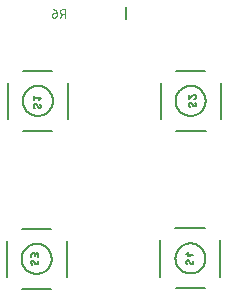
<source format=gbr>
G04 EAGLE Gerber RS-274X export*
G75*
%MOMM*%
%FSLAX34Y34*%
%LPD*%
%INSilkscreen Bottom*%
%IPPOS*%
%AMOC8*
5,1,8,0,0,1.08239X$1,22.5*%
G01*
%ADD10C,0.203200*%
%ADD11C,0.152400*%
%ADD12C,0.050800*%
%ADD13C,0.127000*%


D10*
X96392Y302399D02*
X71292Y302399D01*
X58592Y292399D02*
X58592Y261599D01*
X71592Y251599D02*
X96392Y251599D01*
X109392Y261599D02*
X109392Y292399D01*
X71292Y276999D02*
X71296Y277311D01*
X71307Y277622D01*
X71326Y277933D01*
X71353Y278244D01*
X71388Y278554D01*
X71429Y278862D01*
X71479Y279170D01*
X71536Y279477D01*
X71601Y279782D01*
X71673Y280085D01*
X71752Y280386D01*
X71839Y280686D01*
X71933Y280983D01*
X72034Y281278D01*
X72143Y281570D01*
X72259Y281859D01*
X72382Y282146D01*
X72511Y282429D01*
X72648Y282709D01*
X72792Y282986D01*
X72942Y283259D01*
X73099Y283528D01*
X73262Y283793D01*
X73432Y284055D01*
X73609Y284312D01*
X73791Y284564D01*
X73980Y284812D01*
X74175Y285056D01*
X74375Y285294D01*
X74582Y285528D01*
X74794Y285756D01*
X75012Y285979D01*
X75235Y286197D01*
X75463Y286409D01*
X75697Y286616D01*
X75935Y286816D01*
X76179Y287011D01*
X76427Y287200D01*
X76679Y287382D01*
X76936Y287559D01*
X77198Y287729D01*
X77463Y287892D01*
X77732Y288049D01*
X78005Y288199D01*
X78282Y288343D01*
X78562Y288480D01*
X78845Y288609D01*
X79132Y288732D01*
X79421Y288848D01*
X79713Y288957D01*
X80008Y289058D01*
X80305Y289152D01*
X80605Y289239D01*
X80906Y289318D01*
X81209Y289390D01*
X81514Y289455D01*
X81821Y289512D01*
X82129Y289562D01*
X82437Y289603D01*
X82747Y289638D01*
X83058Y289665D01*
X83369Y289684D01*
X83680Y289695D01*
X83992Y289699D01*
X84304Y289695D01*
X84615Y289684D01*
X84926Y289665D01*
X85237Y289638D01*
X85547Y289603D01*
X85855Y289562D01*
X86163Y289512D01*
X86470Y289455D01*
X86775Y289390D01*
X87078Y289318D01*
X87379Y289239D01*
X87679Y289152D01*
X87976Y289058D01*
X88271Y288957D01*
X88563Y288848D01*
X88852Y288732D01*
X89139Y288609D01*
X89422Y288480D01*
X89702Y288343D01*
X89979Y288199D01*
X90252Y288049D01*
X90521Y287892D01*
X90786Y287729D01*
X91048Y287559D01*
X91305Y287382D01*
X91557Y287200D01*
X91805Y287011D01*
X92049Y286816D01*
X92287Y286616D01*
X92521Y286409D01*
X92749Y286197D01*
X92972Y285979D01*
X93190Y285756D01*
X93402Y285528D01*
X93609Y285294D01*
X93809Y285056D01*
X94004Y284812D01*
X94193Y284564D01*
X94375Y284312D01*
X94552Y284055D01*
X94722Y283793D01*
X94885Y283528D01*
X95042Y283259D01*
X95192Y282986D01*
X95336Y282709D01*
X95473Y282429D01*
X95602Y282146D01*
X95725Y281859D01*
X95841Y281570D01*
X95950Y281278D01*
X96051Y280983D01*
X96145Y280686D01*
X96232Y280386D01*
X96311Y280085D01*
X96383Y279782D01*
X96448Y279477D01*
X96505Y279170D01*
X96555Y278862D01*
X96596Y278554D01*
X96631Y278244D01*
X96658Y277933D01*
X96677Y277622D01*
X96688Y277311D01*
X96692Y276999D01*
X96688Y276687D01*
X96677Y276376D01*
X96658Y276065D01*
X96631Y275754D01*
X96596Y275444D01*
X96555Y275136D01*
X96505Y274828D01*
X96448Y274521D01*
X96383Y274216D01*
X96311Y273913D01*
X96232Y273612D01*
X96145Y273312D01*
X96051Y273015D01*
X95950Y272720D01*
X95841Y272428D01*
X95725Y272139D01*
X95602Y271852D01*
X95473Y271569D01*
X95336Y271289D01*
X95192Y271012D01*
X95042Y270739D01*
X94885Y270470D01*
X94722Y270205D01*
X94552Y269943D01*
X94375Y269686D01*
X94193Y269434D01*
X94004Y269186D01*
X93809Y268942D01*
X93609Y268704D01*
X93402Y268470D01*
X93190Y268242D01*
X92972Y268019D01*
X92749Y267801D01*
X92521Y267589D01*
X92287Y267382D01*
X92049Y267182D01*
X91805Y266987D01*
X91557Y266798D01*
X91305Y266616D01*
X91048Y266439D01*
X90786Y266269D01*
X90521Y266106D01*
X90252Y265949D01*
X89979Y265799D01*
X89702Y265655D01*
X89422Y265518D01*
X89139Y265389D01*
X88852Y265266D01*
X88563Y265150D01*
X88271Y265041D01*
X87976Y264940D01*
X87679Y264846D01*
X87379Y264759D01*
X87078Y264680D01*
X86775Y264608D01*
X86470Y264543D01*
X86163Y264486D01*
X85855Y264436D01*
X85547Y264395D01*
X85237Y264360D01*
X84926Y264333D01*
X84615Y264314D01*
X84304Y264303D01*
X83992Y264299D01*
X83680Y264303D01*
X83369Y264314D01*
X83058Y264333D01*
X82747Y264360D01*
X82437Y264395D01*
X82129Y264436D01*
X81821Y264486D01*
X81514Y264543D01*
X81209Y264608D01*
X80906Y264680D01*
X80605Y264759D01*
X80305Y264846D01*
X80008Y264940D01*
X79713Y265041D01*
X79421Y265150D01*
X79132Y265266D01*
X78845Y265389D01*
X78562Y265518D01*
X78282Y265655D01*
X78005Y265799D01*
X77732Y265949D01*
X77463Y266106D01*
X77198Y266269D01*
X76936Y266439D01*
X76679Y266616D01*
X76427Y266798D01*
X76179Y266987D01*
X75935Y267182D01*
X75697Y267382D01*
X75463Y267589D01*
X75235Y267801D01*
X75012Y268019D01*
X74794Y268242D01*
X74582Y268470D01*
X74375Y268704D01*
X74175Y268942D01*
X73980Y269186D01*
X73791Y269434D01*
X73609Y269686D01*
X73432Y269943D01*
X73262Y270205D01*
X73099Y270470D01*
X72942Y270739D01*
X72792Y271012D01*
X72648Y271289D01*
X72511Y271569D01*
X72382Y271852D01*
X72259Y272139D01*
X72143Y272428D01*
X72034Y272720D01*
X71933Y273015D01*
X71839Y273312D01*
X71752Y273612D01*
X71673Y273913D01*
X71601Y274216D01*
X71536Y274521D01*
X71479Y274828D01*
X71429Y275136D01*
X71388Y275444D01*
X71353Y275754D01*
X71326Y276065D01*
X71307Y276376D01*
X71296Y276687D01*
X71292Y276999D01*
D11*
X80464Y273023D02*
X80466Y273096D01*
X80472Y273170D01*
X80482Y273242D01*
X80496Y273314D01*
X80513Y273386D01*
X80535Y273456D01*
X80560Y273525D01*
X80589Y273592D01*
X80622Y273658D01*
X80658Y273722D01*
X80697Y273783D01*
X80740Y273843D01*
X80786Y273900D01*
X80835Y273955D01*
X80887Y274007D01*
X80942Y274056D01*
X80999Y274102D01*
X81059Y274145D01*
X81120Y274184D01*
X81184Y274220D01*
X81250Y274253D01*
X81317Y274282D01*
X81386Y274307D01*
X81457Y274329D01*
X81528Y274346D01*
X81600Y274360D01*
X81673Y274370D01*
X81746Y274376D01*
X81819Y274378D01*
X80464Y273023D02*
X80466Y272920D01*
X80471Y272818D01*
X80481Y272715D01*
X80493Y272614D01*
X80510Y272512D01*
X80530Y272411D01*
X80554Y272312D01*
X80581Y272213D01*
X80612Y272115D01*
X80646Y272018D01*
X80684Y271922D01*
X80725Y271828D01*
X80770Y271736D01*
X80818Y271645D01*
X80869Y271556D01*
X80923Y271468D01*
X80980Y271383D01*
X81041Y271300D01*
X81104Y271219D01*
X81170Y271141D01*
X81239Y271064D01*
X81311Y270991D01*
X85205Y271160D02*
X85276Y271162D01*
X85347Y271167D01*
X85417Y271177D01*
X85487Y271190D01*
X85556Y271206D01*
X85624Y271226D01*
X85691Y271250D01*
X85756Y271277D01*
X85820Y271308D01*
X85883Y271342D01*
X85943Y271379D01*
X86001Y271419D01*
X86058Y271462D01*
X86112Y271508D01*
X86163Y271557D01*
X86212Y271608D01*
X86258Y271662D01*
X86301Y271719D01*
X86341Y271777D01*
X86378Y271838D01*
X86412Y271900D01*
X86443Y271964D01*
X86470Y272029D01*
X86494Y272096D01*
X86514Y272164D01*
X86530Y272233D01*
X86543Y272303D01*
X86553Y272373D01*
X86558Y272444D01*
X86560Y272515D01*
X86558Y272611D01*
X86553Y272707D01*
X86544Y272803D01*
X86531Y272898D01*
X86515Y272993D01*
X86495Y273087D01*
X86471Y273180D01*
X86444Y273272D01*
X86414Y273364D01*
X86380Y273454D01*
X86343Y273542D01*
X86302Y273629D01*
X86259Y273715D01*
X86212Y273799D01*
X86161Y273881D01*
X86108Y273961D01*
X86052Y274039D01*
X84020Y271837D02*
X84057Y271777D01*
X84098Y271718D01*
X84142Y271662D01*
X84189Y271608D01*
X84239Y271557D01*
X84291Y271508D01*
X84345Y271462D01*
X84402Y271419D01*
X84461Y271378D01*
X84522Y271341D01*
X84585Y271307D01*
X84650Y271277D01*
X84716Y271250D01*
X84783Y271226D01*
X84852Y271206D01*
X84921Y271190D01*
X84992Y271177D01*
X85062Y271167D01*
X85134Y271162D01*
X85205Y271160D01*
X83004Y273701D02*
X82967Y273761D01*
X82926Y273820D01*
X82882Y273876D01*
X82835Y273930D01*
X82785Y273981D01*
X82733Y274030D01*
X82679Y274076D01*
X82622Y274120D01*
X82563Y274160D01*
X82502Y274197D01*
X82439Y274231D01*
X82374Y274261D01*
X82308Y274288D01*
X82241Y274312D01*
X82172Y274332D01*
X82103Y274348D01*
X82032Y274361D01*
X81962Y274371D01*
X81890Y274376D01*
X81819Y274378D01*
X83004Y273700D02*
X84020Y271838D01*
X85205Y277620D02*
X86560Y279314D01*
X80464Y279314D01*
X80464Y281007D02*
X80464Y277620D01*
D10*
X200966Y251608D02*
X226066Y251608D01*
X238766Y261608D02*
X238766Y292408D01*
X225766Y302408D02*
X200966Y302408D01*
X187966Y292408D02*
X187966Y261608D01*
X200666Y277008D02*
X200670Y277320D01*
X200681Y277631D01*
X200700Y277942D01*
X200727Y278253D01*
X200762Y278563D01*
X200803Y278871D01*
X200853Y279179D01*
X200910Y279486D01*
X200975Y279791D01*
X201047Y280094D01*
X201126Y280395D01*
X201213Y280695D01*
X201307Y280992D01*
X201408Y281287D01*
X201517Y281579D01*
X201633Y281868D01*
X201756Y282155D01*
X201885Y282438D01*
X202022Y282718D01*
X202166Y282995D01*
X202316Y283268D01*
X202473Y283537D01*
X202636Y283802D01*
X202806Y284064D01*
X202983Y284321D01*
X203165Y284573D01*
X203354Y284821D01*
X203549Y285065D01*
X203749Y285303D01*
X203956Y285537D01*
X204168Y285765D01*
X204386Y285988D01*
X204609Y286206D01*
X204837Y286418D01*
X205071Y286625D01*
X205309Y286825D01*
X205553Y287020D01*
X205801Y287209D01*
X206053Y287391D01*
X206310Y287568D01*
X206572Y287738D01*
X206837Y287901D01*
X207106Y288058D01*
X207379Y288208D01*
X207656Y288352D01*
X207936Y288489D01*
X208219Y288618D01*
X208506Y288741D01*
X208795Y288857D01*
X209087Y288966D01*
X209382Y289067D01*
X209679Y289161D01*
X209979Y289248D01*
X210280Y289327D01*
X210583Y289399D01*
X210888Y289464D01*
X211195Y289521D01*
X211503Y289571D01*
X211811Y289612D01*
X212121Y289647D01*
X212432Y289674D01*
X212743Y289693D01*
X213054Y289704D01*
X213366Y289708D01*
X213678Y289704D01*
X213989Y289693D01*
X214300Y289674D01*
X214611Y289647D01*
X214921Y289612D01*
X215229Y289571D01*
X215537Y289521D01*
X215844Y289464D01*
X216149Y289399D01*
X216452Y289327D01*
X216753Y289248D01*
X217053Y289161D01*
X217350Y289067D01*
X217645Y288966D01*
X217937Y288857D01*
X218226Y288741D01*
X218513Y288618D01*
X218796Y288489D01*
X219076Y288352D01*
X219353Y288208D01*
X219626Y288058D01*
X219895Y287901D01*
X220160Y287738D01*
X220422Y287568D01*
X220679Y287391D01*
X220931Y287209D01*
X221179Y287020D01*
X221423Y286825D01*
X221661Y286625D01*
X221895Y286418D01*
X222123Y286206D01*
X222346Y285988D01*
X222564Y285765D01*
X222776Y285537D01*
X222983Y285303D01*
X223183Y285065D01*
X223378Y284821D01*
X223567Y284573D01*
X223749Y284321D01*
X223926Y284064D01*
X224096Y283802D01*
X224259Y283537D01*
X224416Y283268D01*
X224566Y282995D01*
X224710Y282718D01*
X224847Y282438D01*
X224976Y282155D01*
X225099Y281868D01*
X225215Y281579D01*
X225324Y281287D01*
X225425Y280992D01*
X225519Y280695D01*
X225606Y280395D01*
X225685Y280094D01*
X225757Y279791D01*
X225822Y279486D01*
X225879Y279179D01*
X225929Y278871D01*
X225970Y278563D01*
X226005Y278253D01*
X226032Y277942D01*
X226051Y277631D01*
X226062Y277320D01*
X226066Y277008D01*
X226062Y276696D01*
X226051Y276385D01*
X226032Y276074D01*
X226005Y275763D01*
X225970Y275453D01*
X225929Y275145D01*
X225879Y274837D01*
X225822Y274530D01*
X225757Y274225D01*
X225685Y273922D01*
X225606Y273621D01*
X225519Y273321D01*
X225425Y273024D01*
X225324Y272729D01*
X225215Y272437D01*
X225099Y272148D01*
X224976Y271861D01*
X224847Y271578D01*
X224710Y271298D01*
X224566Y271021D01*
X224416Y270748D01*
X224259Y270479D01*
X224096Y270214D01*
X223926Y269952D01*
X223749Y269695D01*
X223567Y269443D01*
X223378Y269195D01*
X223183Y268951D01*
X222983Y268713D01*
X222776Y268479D01*
X222564Y268251D01*
X222346Y268028D01*
X222123Y267810D01*
X221895Y267598D01*
X221661Y267391D01*
X221423Y267191D01*
X221179Y266996D01*
X220931Y266807D01*
X220679Y266625D01*
X220422Y266448D01*
X220160Y266278D01*
X219895Y266115D01*
X219626Y265958D01*
X219353Y265808D01*
X219076Y265664D01*
X218796Y265527D01*
X218513Y265398D01*
X218226Y265275D01*
X217937Y265159D01*
X217645Y265050D01*
X217350Y264949D01*
X217053Y264855D01*
X216753Y264768D01*
X216452Y264689D01*
X216149Y264617D01*
X215844Y264552D01*
X215537Y264495D01*
X215229Y264445D01*
X214921Y264404D01*
X214611Y264369D01*
X214300Y264342D01*
X213989Y264323D01*
X213678Y264312D01*
X213366Y264308D01*
X213054Y264312D01*
X212743Y264323D01*
X212432Y264342D01*
X212121Y264369D01*
X211811Y264404D01*
X211503Y264445D01*
X211195Y264495D01*
X210888Y264552D01*
X210583Y264617D01*
X210280Y264689D01*
X209979Y264768D01*
X209679Y264855D01*
X209382Y264949D01*
X209087Y265050D01*
X208795Y265159D01*
X208506Y265275D01*
X208219Y265398D01*
X207936Y265527D01*
X207656Y265664D01*
X207379Y265808D01*
X207106Y265958D01*
X206837Y266115D01*
X206572Y266278D01*
X206310Y266448D01*
X206053Y266625D01*
X205801Y266807D01*
X205553Y266996D01*
X205309Y267191D01*
X205071Y267391D01*
X204837Y267598D01*
X204609Y267810D01*
X204386Y268028D01*
X204168Y268251D01*
X203956Y268479D01*
X203749Y268713D01*
X203549Y268951D01*
X203354Y269195D01*
X203165Y269443D01*
X202983Y269695D01*
X202806Y269952D01*
X202636Y270214D01*
X202473Y270479D01*
X202316Y270748D01*
X202166Y271021D01*
X202022Y271298D01*
X201885Y271578D01*
X201756Y271861D01*
X201633Y272148D01*
X201517Y272437D01*
X201408Y272729D01*
X201307Y273024D01*
X201213Y273321D01*
X201126Y273621D01*
X201047Y273922D01*
X200975Y274225D01*
X200910Y274530D01*
X200853Y274837D01*
X200803Y275145D01*
X200762Y275453D01*
X200727Y275763D01*
X200700Y276074D01*
X200681Y276385D01*
X200670Y276696D01*
X200666Y277008D01*
D11*
X211798Y274032D02*
X211800Y274105D01*
X211806Y274179D01*
X211816Y274251D01*
X211830Y274323D01*
X211847Y274395D01*
X211869Y274465D01*
X211894Y274534D01*
X211923Y274601D01*
X211956Y274667D01*
X211992Y274731D01*
X212031Y274792D01*
X212074Y274852D01*
X212120Y274909D01*
X212169Y274964D01*
X212221Y275016D01*
X212276Y275065D01*
X212333Y275111D01*
X212393Y275154D01*
X212454Y275193D01*
X212518Y275229D01*
X212584Y275262D01*
X212651Y275291D01*
X212720Y275316D01*
X212791Y275338D01*
X212862Y275355D01*
X212934Y275369D01*
X213007Y275379D01*
X213080Y275385D01*
X213153Y275387D01*
X211798Y274032D02*
X211800Y273929D01*
X211805Y273827D01*
X211815Y273724D01*
X211827Y273623D01*
X211844Y273521D01*
X211864Y273420D01*
X211888Y273321D01*
X211915Y273222D01*
X211946Y273124D01*
X211980Y273027D01*
X212018Y272931D01*
X212059Y272837D01*
X212104Y272745D01*
X212152Y272654D01*
X212203Y272565D01*
X212257Y272477D01*
X212314Y272392D01*
X212375Y272309D01*
X212438Y272228D01*
X212504Y272150D01*
X212573Y272073D01*
X212645Y272000D01*
X216539Y272169D02*
X216610Y272171D01*
X216681Y272176D01*
X216751Y272186D01*
X216821Y272199D01*
X216890Y272215D01*
X216958Y272235D01*
X217025Y272259D01*
X217090Y272286D01*
X217154Y272317D01*
X217217Y272351D01*
X217277Y272388D01*
X217335Y272428D01*
X217392Y272471D01*
X217446Y272517D01*
X217497Y272566D01*
X217546Y272617D01*
X217592Y272671D01*
X217635Y272728D01*
X217675Y272786D01*
X217712Y272847D01*
X217746Y272909D01*
X217777Y272973D01*
X217804Y273038D01*
X217828Y273105D01*
X217848Y273173D01*
X217864Y273242D01*
X217877Y273312D01*
X217887Y273382D01*
X217892Y273453D01*
X217894Y273524D01*
X217892Y273620D01*
X217887Y273716D01*
X217878Y273812D01*
X217865Y273907D01*
X217849Y274002D01*
X217829Y274096D01*
X217805Y274189D01*
X217778Y274281D01*
X217748Y274373D01*
X217714Y274463D01*
X217677Y274551D01*
X217636Y274638D01*
X217593Y274724D01*
X217546Y274808D01*
X217495Y274890D01*
X217442Y274970D01*
X217386Y275048D01*
X215354Y272846D02*
X215391Y272786D01*
X215432Y272727D01*
X215476Y272671D01*
X215523Y272617D01*
X215573Y272566D01*
X215625Y272517D01*
X215679Y272471D01*
X215736Y272428D01*
X215795Y272387D01*
X215856Y272350D01*
X215919Y272316D01*
X215984Y272286D01*
X216050Y272259D01*
X216117Y272235D01*
X216186Y272215D01*
X216255Y272199D01*
X216326Y272186D01*
X216396Y272176D01*
X216468Y272171D01*
X216539Y272169D01*
X214338Y274710D02*
X214301Y274770D01*
X214260Y274829D01*
X214216Y274885D01*
X214169Y274939D01*
X214119Y274990D01*
X214067Y275039D01*
X214013Y275085D01*
X213956Y275129D01*
X213897Y275169D01*
X213836Y275206D01*
X213773Y275240D01*
X213708Y275270D01*
X213642Y275297D01*
X213575Y275321D01*
X213506Y275341D01*
X213437Y275357D01*
X213366Y275370D01*
X213296Y275380D01*
X213224Y275385D01*
X213153Y275387D01*
X214338Y274709D02*
X215354Y272847D01*
X217894Y280492D02*
X217892Y280569D01*
X217886Y280646D01*
X217876Y280723D01*
X217863Y280799D01*
X217845Y280874D01*
X217824Y280948D01*
X217799Y281021D01*
X217770Y281093D01*
X217738Y281163D01*
X217703Y281232D01*
X217663Y281298D01*
X217621Y281363D01*
X217575Y281425D01*
X217526Y281485D01*
X217475Y281542D01*
X217420Y281597D01*
X217363Y281648D01*
X217303Y281697D01*
X217241Y281743D01*
X217176Y281785D01*
X217110Y281825D01*
X217041Y281860D01*
X216971Y281892D01*
X216899Y281921D01*
X216826Y281946D01*
X216752Y281967D01*
X216677Y281985D01*
X216601Y281998D01*
X216524Y282008D01*
X216447Y282014D01*
X216370Y282016D01*
X217894Y280492D02*
X217892Y280407D01*
X217887Y280322D01*
X217877Y280238D01*
X217865Y280154D01*
X217848Y280071D01*
X217828Y279988D01*
X217804Y279907D01*
X217777Y279826D01*
X217747Y279747D01*
X217713Y279669D01*
X217675Y279593D01*
X217635Y279518D01*
X217591Y279446D01*
X217544Y279375D01*
X217494Y279306D01*
X217441Y279240D01*
X217386Y279176D01*
X217327Y279114D01*
X217266Y279055D01*
X217203Y278999D01*
X217137Y278945D01*
X217068Y278895D01*
X216998Y278847D01*
X216926Y278803D01*
X216852Y278761D01*
X216776Y278723D01*
X216698Y278689D01*
X216619Y278657D01*
X216539Y278629D01*
X215185Y281508D02*
X215240Y281563D01*
X215297Y281616D01*
X215357Y281665D01*
X215420Y281712D01*
X215484Y281756D01*
X215551Y281796D01*
X215619Y281834D01*
X215690Y281868D01*
X215761Y281899D01*
X215834Y281926D01*
X215908Y281950D01*
X215984Y281970D01*
X216060Y281986D01*
X216137Y281999D01*
X216214Y282009D01*
X216292Y282014D01*
X216370Y282016D01*
X215185Y281508D02*
X211798Y278629D01*
X211798Y282016D01*
D10*
X95392Y168650D02*
X70292Y168650D01*
X57592Y158650D02*
X57592Y127850D01*
X70592Y117850D02*
X95392Y117850D01*
X108392Y127850D02*
X108392Y158650D01*
X70292Y143250D02*
X70296Y143562D01*
X70307Y143873D01*
X70326Y144184D01*
X70353Y144495D01*
X70388Y144805D01*
X70429Y145113D01*
X70479Y145421D01*
X70536Y145728D01*
X70601Y146033D01*
X70673Y146336D01*
X70752Y146637D01*
X70839Y146937D01*
X70933Y147234D01*
X71034Y147529D01*
X71143Y147821D01*
X71259Y148110D01*
X71382Y148397D01*
X71511Y148680D01*
X71648Y148960D01*
X71792Y149237D01*
X71942Y149510D01*
X72099Y149779D01*
X72262Y150044D01*
X72432Y150306D01*
X72609Y150563D01*
X72791Y150815D01*
X72980Y151063D01*
X73175Y151307D01*
X73375Y151545D01*
X73582Y151779D01*
X73794Y152007D01*
X74012Y152230D01*
X74235Y152448D01*
X74463Y152660D01*
X74697Y152867D01*
X74935Y153067D01*
X75179Y153262D01*
X75427Y153451D01*
X75679Y153633D01*
X75936Y153810D01*
X76198Y153980D01*
X76463Y154143D01*
X76732Y154300D01*
X77005Y154450D01*
X77282Y154594D01*
X77562Y154731D01*
X77845Y154860D01*
X78132Y154983D01*
X78421Y155099D01*
X78713Y155208D01*
X79008Y155309D01*
X79305Y155403D01*
X79605Y155490D01*
X79906Y155569D01*
X80209Y155641D01*
X80514Y155706D01*
X80821Y155763D01*
X81129Y155813D01*
X81437Y155854D01*
X81747Y155889D01*
X82058Y155916D01*
X82369Y155935D01*
X82680Y155946D01*
X82992Y155950D01*
X83304Y155946D01*
X83615Y155935D01*
X83926Y155916D01*
X84237Y155889D01*
X84547Y155854D01*
X84855Y155813D01*
X85163Y155763D01*
X85470Y155706D01*
X85775Y155641D01*
X86078Y155569D01*
X86379Y155490D01*
X86679Y155403D01*
X86976Y155309D01*
X87271Y155208D01*
X87563Y155099D01*
X87852Y154983D01*
X88139Y154860D01*
X88422Y154731D01*
X88702Y154594D01*
X88979Y154450D01*
X89252Y154300D01*
X89521Y154143D01*
X89786Y153980D01*
X90048Y153810D01*
X90305Y153633D01*
X90557Y153451D01*
X90805Y153262D01*
X91049Y153067D01*
X91287Y152867D01*
X91521Y152660D01*
X91749Y152448D01*
X91972Y152230D01*
X92190Y152007D01*
X92402Y151779D01*
X92609Y151545D01*
X92809Y151307D01*
X93004Y151063D01*
X93193Y150815D01*
X93375Y150563D01*
X93552Y150306D01*
X93722Y150044D01*
X93885Y149779D01*
X94042Y149510D01*
X94192Y149237D01*
X94336Y148960D01*
X94473Y148680D01*
X94602Y148397D01*
X94725Y148110D01*
X94841Y147821D01*
X94950Y147529D01*
X95051Y147234D01*
X95145Y146937D01*
X95232Y146637D01*
X95311Y146336D01*
X95383Y146033D01*
X95448Y145728D01*
X95505Y145421D01*
X95555Y145113D01*
X95596Y144805D01*
X95631Y144495D01*
X95658Y144184D01*
X95677Y143873D01*
X95688Y143562D01*
X95692Y143250D01*
X95688Y142938D01*
X95677Y142627D01*
X95658Y142316D01*
X95631Y142005D01*
X95596Y141695D01*
X95555Y141387D01*
X95505Y141079D01*
X95448Y140772D01*
X95383Y140467D01*
X95311Y140164D01*
X95232Y139863D01*
X95145Y139563D01*
X95051Y139266D01*
X94950Y138971D01*
X94841Y138679D01*
X94725Y138390D01*
X94602Y138103D01*
X94473Y137820D01*
X94336Y137540D01*
X94192Y137263D01*
X94042Y136990D01*
X93885Y136721D01*
X93722Y136456D01*
X93552Y136194D01*
X93375Y135937D01*
X93193Y135685D01*
X93004Y135437D01*
X92809Y135193D01*
X92609Y134955D01*
X92402Y134721D01*
X92190Y134493D01*
X91972Y134270D01*
X91749Y134052D01*
X91521Y133840D01*
X91287Y133633D01*
X91049Y133433D01*
X90805Y133238D01*
X90557Y133049D01*
X90305Y132867D01*
X90048Y132690D01*
X89786Y132520D01*
X89521Y132357D01*
X89252Y132200D01*
X88979Y132050D01*
X88702Y131906D01*
X88422Y131769D01*
X88139Y131640D01*
X87852Y131517D01*
X87563Y131401D01*
X87271Y131292D01*
X86976Y131191D01*
X86679Y131097D01*
X86379Y131010D01*
X86078Y130931D01*
X85775Y130859D01*
X85470Y130794D01*
X85163Y130737D01*
X84855Y130687D01*
X84547Y130646D01*
X84237Y130611D01*
X83926Y130584D01*
X83615Y130565D01*
X83304Y130554D01*
X82992Y130550D01*
X82680Y130554D01*
X82369Y130565D01*
X82058Y130584D01*
X81747Y130611D01*
X81437Y130646D01*
X81129Y130687D01*
X80821Y130737D01*
X80514Y130794D01*
X80209Y130859D01*
X79906Y130931D01*
X79605Y131010D01*
X79305Y131097D01*
X79008Y131191D01*
X78713Y131292D01*
X78421Y131401D01*
X78132Y131517D01*
X77845Y131640D01*
X77562Y131769D01*
X77282Y131906D01*
X77005Y132050D01*
X76732Y132200D01*
X76463Y132357D01*
X76198Y132520D01*
X75936Y132690D01*
X75679Y132867D01*
X75427Y133049D01*
X75179Y133238D01*
X74935Y133433D01*
X74697Y133633D01*
X74463Y133840D01*
X74235Y134052D01*
X74012Y134270D01*
X73794Y134493D01*
X73582Y134721D01*
X73375Y134955D01*
X73175Y135193D01*
X72980Y135437D01*
X72791Y135685D01*
X72609Y135937D01*
X72432Y136194D01*
X72262Y136456D01*
X72099Y136721D01*
X71942Y136990D01*
X71792Y137263D01*
X71648Y137540D01*
X71511Y137820D01*
X71382Y138103D01*
X71259Y138390D01*
X71143Y138679D01*
X71034Y138971D01*
X70933Y139266D01*
X70839Y139563D01*
X70752Y139863D01*
X70673Y140164D01*
X70601Y140467D01*
X70536Y140772D01*
X70479Y141079D01*
X70429Y141387D01*
X70388Y141695D01*
X70353Y142005D01*
X70326Y142316D01*
X70307Y142627D01*
X70296Y142938D01*
X70292Y143250D01*
D11*
X78464Y140274D02*
X78466Y140347D01*
X78472Y140421D01*
X78482Y140493D01*
X78496Y140565D01*
X78513Y140637D01*
X78535Y140707D01*
X78560Y140776D01*
X78589Y140843D01*
X78622Y140909D01*
X78658Y140973D01*
X78697Y141034D01*
X78740Y141094D01*
X78786Y141151D01*
X78835Y141206D01*
X78887Y141258D01*
X78942Y141307D01*
X78999Y141353D01*
X79059Y141396D01*
X79120Y141435D01*
X79184Y141471D01*
X79250Y141504D01*
X79317Y141533D01*
X79386Y141558D01*
X79457Y141580D01*
X79528Y141597D01*
X79600Y141611D01*
X79673Y141621D01*
X79746Y141627D01*
X79819Y141629D01*
X78464Y140274D02*
X78466Y140171D01*
X78471Y140069D01*
X78481Y139966D01*
X78493Y139865D01*
X78510Y139763D01*
X78530Y139662D01*
X78554Y139563D01*
X78581Y139464D01*
X78612Y139366D01*
X78646Y139269D01*
X78684Y139173D01*
X78725Y139079D01*
X78770Y138987D01*
X78818Y138896D01*
X78869Y138807D01*
X78923Y138719D01*
X78980Y138634D01*
X79041Y138551D01*
X79104Y138470D01*
X79170Y138392D01*
X79239Y138315D01*
X79311Y138242D01*
X83205Y138411D02*
X83276Y138413D01*
X83347Y138418D01*
X83417Y138428D01*
X83487Y138441D01*
X83556Y138457D01*
X83624Y138477D01*
X83691Y138501D01*
X83756Y138528D01*
X83820Y138559D01*
X83883Y138593D01*
X83943Y138630D01*
X84001Y138670D01*
X84058Y138713D01*
X84112Y138759D01*
X84163Y138808D01*
X84212Y138859D01*
X84258Y138913D01*
X84301Y138970D01*
X84341Y139028D01*
X84378Y139089D01*
X84412Y139151D01*
X84443Y139215D01*
X84470Y139280D01*
X84494Y139347D01*
X84514Y139415D01*
X84530Y139484D01*
X84543Y139554D01*
X84553Y139624D01*
X84558Y139695D01*
X84560Y139766D01*
X84558Y139862D01*
X84553Y139958D01*
X84544Y140054D01*
X84531Y140149D01*
X84515Y140244D01*
X84495Y140338D01*
X84471Y140431D01*
X84444Y140523D01*
X84414Y140615D01*
X84380Y140705D01*
X84343Y140793D01*
X84302Y140880D01*
X84259Y140966D01*
X84212Y141050D01*
X84161Y141132D01*
X84108Y141212D01*
X84052Y141290D01*
X82020Y139088D02*
X82057Y139028D01*
X82098Y138969D01*
X82142Y138913D01*
X82189Y138859D01*
X82239Y138808D01*
X82291Y138759D01*
X82345Y138713D01*
X82402Y138670D01*
X82461Y138629D01*
X82522Y138592D01*
X82585Y138558D01*
X82650Y138528D01*
X82716Y138501D01*
X82783Y138477D01*
X82852Y138457D01*
X82921Y138441D01*
X82992Y138428D01*
X83062Y138418D01*
X83134Y138413D01*
X83205Y138411D01*
X81004Y140952D02*
X80967Y141012D01*
X80926Y141071D01*
X80882Y141127D01*
X80835Y141181D01*
X80785Y141232D01*
X80733Y141281D01*
X80679Y141327D01*
X80622Y141371D01*
X80563Y141411D01*
X80502Y141448D01*
X80439Y141482D01*
X80374Y141512D01*
X80308Y141539D01*
X80241Y141563D01*
X80172Y141583D01*
X80103Y141599D01*
X80032Y141612D01*
X79962Y141622D01*
X79890Y141627D01*
X79819Y141629D01*
X81004Y140951D02*
X82020Y139089D01*
X78464Y144871D02*
X78464Y146565D01*
X78466Y146646D01*
X78472Y146726D01*
X78481Y146806D01*
X78495Y146885D01*
X78512Y146964D01*
X78533Y147042D01*
X78557Y147119D01*
X78585Y147194D01*
X78617Y147268D01*
X78652Y147341D01*
X78691Y147412D01*
X78733Y147480D01*
X78778Y147547D01*
X78826Y147612D01*
X78878Y147674D01*
X78932Y147733D01*
X78989Y147790D01*
X79048Y147844D01*
X79110Y147896D01*
X79175Y147944D01*
X79242Y147989D01*
X79311Y148031D01*
X79381Y148070D01*
X79454Y148105D01*
X79528Y148137D01*
X79603Y148165D01*
X79680Y148189D01*
X79758Y148210D01*
X79837Y148227D01*
X79916Y148241D01*
X79996Y148250D01*
X80076Y148256D01*
X80157Y148258D01*
X80238Y148256D01*
X80318Y148250D01*
X80398Y148241D01*
X80477Y148227D01*
X80556Y148210D01*
X80634Y148189D01*
X80711Y148165D01*
X80786Y148137D01*
X80860Y148105D01*
X80933Y148070D01*
X81004Y148031D01*
X81072Y147989D01*
X81139Y147944D01*
X81204Y147896D01*
X81266Y147844D01*
X81325Y147790D01*
X81382Y147733D01*
X81436Y147674D01*
X81488Y147612D01*
X81536Y147547D01*
X81581Y147480D01*
X81623Y147412D01*
X81662Y147341D01*
X81697Y147268D01*
X81729Y147194D01*
X81757Y147119D01*
X81781Y147042D01*
X81802Y146964D01*
X81819Y146885D01*
X81833Y146806D01*
X81842Y146726D01*
X81848Y146646D01*
X81850Y146565D01*
X84560Y146903D02*
X84560Y144871D01*
X84560Y146903D02*
X84558Y146975D01*
X84552Y147047D01*
X84543Y147119D01*
X84529Y147189D01*
X84512Y147260D01*
X84491Y147329D01*
X84467Y147396D01*
X84439Y147463D01*
X84407Y147528D01*
X84372Y147591D01*
X84334Y147652D01*
X84293Y147711D01*
X84248Y147768D01*
X84201Y147822D01*
X84150Y147874D01*
X84097Y147923D01*
X84042Y147969D01*
X83984Y148012D01*
X83924Y148052D01*
X83862Y148088D01*
X83798Y148122D01*
X83732Y148151D01*
X83665Y148178D01*
X83596Y148200D01*
X83527Y148219D01*
X83456Y148235D01*
X83385Y148246D01*
X83313Y148254D01*
X83241Y148258D01*
X83169Y148258D01*
X83097Y148254D01*
X83025Y148246D01*
X82954Y148235D01*
X82883Y148219D01*
X82814Y148200D01*
X82745Y148178D01*
X82678Y148151D01*
X82612Y148122D01*
X82548Y148088D01*
X82486Y148052D01*
X82426Y148012D01*
X82368Y147969D01*
X82313Y147923D01*
X82260Y147874D01*
X82209Y147822D01*
X82162Y147768D01*
X82117Y147711D01*
X82076Y147652D01*
X82038Y147591D01*
X82003Y147528D01*
X81971Y147463D01*
X81943Y147396D01*
X81919Y147329D01*
X81898Y147260D01*
X81881Y147189D01*
X81867Y147119D01*
X81858Y147047D01*
X81852Y146975D01*
X81850Y146903D01*
X81851Y146903D02*
X81851Y145549D01*
D10*
X200546Y168978D02*
X225646Y168978D01*
X187846Y158978D02*
X187846Y128178D01*
X200846Y118178D02*
X225646Y118178D01*
X238646Y128178D02*
X238646Y158978D01*
X200546Y143578D02*
X200550Y143890D01*
X200561Y144201D01*
X200580Y144512D01*
X200607Y144823D01*
X200642Y145133D01*
X200683Y145441D01*
X200733Y145749D01*
X200790Y146056D01*
X200855Y146361D01*
X200927Y146664D01*
X201006Y146965D01*
X201093Y147265D01*
X201187Y147562D01*
X201288Y147857D01*
X201397Y148149D01*
X201513Y148438D01*
X201636Y148725D01*
X201765Y149008D01*
X201902Y149288D01*
X202046Y149565D01*
X202196Y149838D01*
X202353Y150107D01*
X202516Y150372D01*
X202686Y150634D01*
X202863Y150891D01*
X203045Y151143D01*
X203234Y151391D01*
X203429Y151635D01*
X203629Y151873D01*
X203836Y152107D01*
X204048Y152335D01*
X204266Y152558D01*
X204489Y152776D01*
X204717Y152988D01*
X204951Y153195D01*
X205189Y153395D01*
X205433Y153590D01*
X205681Y153779D01*
X205933Y153961D01*
X206190Y154138D01*
X206452Y154308D01*
X206717Y154471D01*
X206986Y154628D01*
X207259Y154778D01*
X207536Y154922D01*
X207816Y155059D01*
X208099Y155188D01*
X208386Y155311D01*
X208675Y155427D01*
X208967Y155536D01*
X209262Y155637D01*
X209559Y155731D01*
X209859Y155818D01*
X210160Y155897D01*
X210463Y155969D01*
X210768Y156034D01*
X211075Y156091D01*
X211383Y156141D01*
X211691Y156182D01*
X212001Y156217D01*
X212312Y156244D01*
X212623Y156263D01*
X212934Y156274D01*
X213246Y156278D01*
X213558Y156274D01*
X213869Y156263D01*
X214180Y156244D01*
X214491Y156217D01*
X214801Y156182D01*
X215109Y156141D01*
X215417Y156091D01*
X215724Y156034D01*
X216029Y155969D01*
X216332Y155897D01*
X216633Y155818D01*
X216933Y155731D01*
X217230Y155637D01*
X217525Y155536D01*
X217817Y155427D01*
X218106Y155311D01*
X218393Y155188D01*
X218676Y155059D01*
X218956Y154922D01*
X219233Y154778D01*
X219506Y154628D01*
X219775Y154471D01*
X220040Y154308D01*
X220302Y154138D01*
X220559Y153961D01*
X220811Y153779D01*
X221059Y153590D01*
X221303Y153395D01*
X221541Y153195D01*
X221775Y152988D01*
X222003Y152776D01*
X222226Y152558D01*
X222444Y152335D01*
X222656Y152107D01*
X222863Y151873D01*
X223063Y151635D01*
X223258Y151391D01*
X223447Y151143D01*
X223629Y150891D01*
X223806Y150634D01*
X223976Y150372D01*
X224139Y150107D01*
X224296Y149838D01*
X224446Y149565D01*
X224590Y149288D01*
X224727Y149008D01*
X224856Y148725D01*
X224979Y148438D01*
X225095Y148149D01*
X225204Y147857D01*
X225305Y147562D01*
X225399Y147265D01*
X225486Y146965D01*
X225565Y146664D01*
X225637Y146361D01*
X225702Y146056D01*
X225759Y145749D01*
X225809Y145441D01*
X225850Y145133D01*
X225885Y144823D01*
X225912Y144512D01*
X225931Y144201D01*
X225942Y143890D01*
X225946Y143578D01*
X225942Y143266D01*
X225931Y142955D01*
X225912Y142644D01*
X225885Y142333D01*
X225850Y142023D01*
X225809Y141715D01*
X225759Y141407D01*
X225702Y141100D01*
X225637Y140795D01*
X225565Y140492D01*
X225486Y140191D01*
X225399Y139891D01*
X225305Y139594D01*
X225204Y139299D01*
X225095Y139007D01*
X224979Y138718D01*
X224856Y138431D01*
X224727Y138148D01*
X224590Y137868D01*
X224446Y137591D01*
X224296Y137318D01*
X224139Y137049D01*
X223976Y136784D01*
X223806Y136522D01*
X223629Y136265D01*
X223447Y136013D01*
X223258Y135765D01*
X223063Y135521D01*
X222863Y135283D01*
X222656Y135049D01*
X222444Y134821D01*
X222226Y134598D01*
X222003Y134380D01*
X221775Y134168D01*
X221541Y133961D01*
X221303Y133761D01*
X221059Y133566D01*
X220811Y133377D01*
X220559Y133195D01*
X220302Y133018D01*
X220040Y132848D01*
X219775Y132685D01*
X219506Y132528D01*
X219233Y132378D01*
X218956Y132234D01*
X218676Y132097D01*
X218393Y131968D01*
X218106Y131845D01*
X217817Y131729D01*
X217525Y131620D01*
X217230Y131519D01*
X216933Y131425D01*
X216633Y131338D01*
X216332Y131259D01*
X216029Y131187D01*
X215724Y131122D01*
X215417Y131065D01*
X215109Y131015D01*
X214801Y130974D01*
X214491Y130939D01*
X214180Y130912D01*
X213869Y130893D01*
X213558Y130882D01*
X213246Y130878D01*
X212934Y130882D01*
X212623Y130893D01*
X212312Y130912D01*
X212001Y130939D01*
X211691Y130974D01*
X211383Y131015D01*
X211075Y131065D01*
X210768Y131122D01*
X210463Y131187D01*
X210160Y131259D01*
X209859Y131338D01*
X209559Y131425D01*
X209262Y131519D01*
X208967Y131620D01*
X208675Y131729D01*
X208386Y131845D01*
X208099Y131968D01*
X207816Y132097D01*
X207536Y132234D01*
X207259Y132378D01*
X206986Y132528D01*
X206717Y132685D01*
X206452Y132848D01*
X206190Y133018D01*
X205933Y133195D01*
X205681Y133377D01*
X205433Y133566D01*
X205189Y133761D01*
X204951Y133961D01*
X204717Y134168D01*
X204489Y134380D01*
X204266Y134598D01*
X204048Y134821D01*
X203836Y135049D01*
X203629Y135283D01*
X203429Y135521D01*
X203234Y135765D01*
X203045Y136013D01*
X202863Y136265D01*
X202686Y136522D01*
X202516Y136784D01*
X202353Y137049D01*
X202196Y137318D01*
X202046Y137591D01*
X201902Y137868D01*
X201765Y138148D01*
X201636Y138431D01*
X201513Y138718D01*
X201397Y139007D01*
X201288Y139299D01*
X201187Y139594D01*
X201093Y139891D01*
X201006Y140191D01*
X200927Y140492D01*
X200855Y140795D01*
X200790Y141100D01*
X200733Y141407D01*
X200683Y141715D01*
X200642Y142023D01*
X200607Y142333D01*
X200580Y142644D01*
X200561Y142955D01*
X200550Y143266D01*
X200546Y143578D01*
D11*
X209718Y140602D02*
X209720Y140675D01*
X209726Y140749D01*
X209736Y140821D01*
X209750Y140893D01*
X209767Y140965D01*
X209789Y141035D01*
X209814Y141104D01*
X209843Y141171D01*
X209876Y141237D01*
X209912Y141301D01*
X209951Y141362D01*
X209994Y141422D01*
X210040Y141479D01*
X210089Y141534D01*
X210141Y141586D01*
X210196Y141635D01*
X210253Y141681D01*
X210313Y141724D01*
X210374Y141763D01*
X210438Y141799D01*
X210504Y141832D01*
X210571Y141861D01*
X210640Y141886D01*
X210711Y141908D01*
X210782Y141925D01*
X210854Y141939D01*
X210927Y141949D01*
X211000Y141955D01*
X211073Y141957D01*
X209718Y140602D02*
X209720Y140499D01*
X209725Y140397D01*
X209735Y140294D01*
X209747Y140193D01*
X209764Y140091D01*
X209784Y139990D01*
X209808Y139891D01*
X209835Y139792D01*
X209866Y139694D01*
X209900Y139597D01*
X209938Y139501D01*
X209979Y139407D01*
X210024Y139315D01*
X210072Y139224D01*
X210123Y139135D01*
X210177Y139047D01*
X210234Y138962D01*
X210295Y138879D01*
X210358Y138798D01*
X210424Y138720D01*
X210493Y138643D01*
X210565Y138570D01*
X214459Y138739D02*
X214530Y138741D01*
X214601Y138746D01*
X214671Y138756D01*
X214741Y138769D01*
X214810Y138785D01*
X214878Y138805D01*
X214945Y138829D01*
X215010Y138856D01*
X215074Y138887D01*
X215137Y138921D01*
X215197Y138958D01*
X215255Y138998D01*
X215312Y139041D01*
X215366Y139087D01*
X215417Y139136D01*
X215466Y139187D01*
X215512Y139241D01*
X215555Y139298D01*
X215595Y139356D01*
X215632Y139417D01*
X215666Y139479D01*
X215697Y139543D01*
X215724Y139608D01*
X215748Y139675D01*
X215768Y139743D01*
X215784Y139812D01*
X215797Y139882D01*
X215807Y139952D01*
X215812Y140023D01*
X215814Y140094D01*
X215812Y140190D01*
X215807Y140286D01*
X215798Y140382D01*
X215785Y140477D01*
X215769Y140572D01*
X215749Y140666D01*
X215725Y140759D01*
X215698Y140851D01*
X215668Y140943D01*
X215634Y141033D01*
X215597Y141121D01*
X215556Y141208D01*
X215513Y141294D01*
X215466Y141378D01*
X215415Y141460D01*
X215362Y141540D01*
X215306Y141618D01*
X213274Y139416D02*
X213311Y139356D01*
X213352Y139297D01*
X213396Y139241D01*
X213443Y139187D01*
X213493Y139136D01*
X213545Y139087D01*
X213599Y139041D01*
X213656Y138998D01*
X213715Y138957D01*
X213776Y138920D01*
X213839Y138886D01*
X213904Y138856D01*
X213970Y138829D01*
X214037Y138805D01*
X214106Y138785D01*
X214175Y138769D01*
X214246Y138756D01*
X214316Y138746D01*
X214388Y138741D01*
X214459Y138739D01*
X212258Y141280D02*
X212221Y141340D01*
X212180Y141399D01*
X212136Y141455D01*
X212089Y141509D01*
X212039Y141560D01*
X211987Y141609D01*
X211933Y141655D01*
X211876Y141699D01*
X211817Y141739D01*
X211756Y141776D01*
X211693Y141810D01*
X211628Y141840D01*
X211562Y141867D01*
X211495Y141891D01*
X211426Y141911D01*
X211357Y141927D01*
X211286Y141940D01*
X211216Y141950D01*
X211144Y141955D01*
X211073Y141957D01*
X212258Y141279D02*
X213274Y139417D01*
X211073Y145199D02*
X215814Y146554D01*
X211073Y145199D02*
X211073Y148586D01*
X212427Y147570D02*
X209718Y147570D01*
D12*
X106834Y347302D02*
X106834Y354414D01*
X104858Y354414D01*
X104771Y354412D01*
X104683Y354406D01*
X104596Y354397D01*
X104510Y354383D01*
X104424Y354366D01*
X104340Y354345D01*
X104256Y354320D01*
X104173Y354291D01*
X104092Y354259D01*
X104012Y354224D01*
X103934Y354185D01*
X103857Y354142D01*
X103783Y354096D01*
X103711Y354047D01*
X103641Y353995D01*
X103573Y353939D01*
X103508Y353881D01*
X103445Y353820D01*
X103386Y353756D01*
X103329Y353689D01*
X103275Y353621D01*
X103224Y353549D01*
X103177Y353476D01*
X103132Y353401D01*
X103091Y353323D01*
X103054Y353244D01*
X103020Y353164D01*
X102990Y353082D01*
X102963Y352999D01*
X102940Y352914D01*
X102921Y352829D01*
X102906Y352743D01*
X102894Y352656D01*
X102886Y352569D01*
X102882Y352482D01*
X102882Y352394D01*
X102886Y352307D01*
X102894Y352220D01*
X102906Y352133D01*
X102921Y352047D01*
X102940Y351962D01*
X102963Y351877D01*
X102990Y351794D01*
X103020Y351712D01*
X103054Y351632D01*
X103091Y351553D01*
X103132Y351475D01*
X103177Y351400D01*
X103224Y351327D01*
X103275Y351255D01*
X103329Y351187D01*
X103386Y351120D01*
X103445Y351056D01*
X103508Y350995D01*
X103573Y350937D01*
X103641Y350881D01*
X103711Y350829D01*
X103783Y350780D01*
X103857Y350734D01*
X103934Y350691D01*
X104012Y350652D01*
X104092Y350617D01*
X104173Y350585D01*
X104256Y350556D01*
X104340Y350531D01*
X104424Y350510D01*
X104510Y350493D01*
X104596Y350479D01*
X104683Y350470D01*
X104771Y350464D01*
X104858Y350462D01*
X104858Y350463D02*
X106834Y350463D01*
X104463Y350463D02*
X102883Y347302D01*
X100017Y351253D02*
X97646Y351253D01*
X97568Y351251D01*
X97491Y351245D01*
X97414Y351236D01*
X97338Y351223D01*
X97262Y351206D01*
X97187Y351185D01*
X97114Y351161D01*
X97041Y351133D01*
X96970Y351101D01*
X96901Y351066D01*
X96834Y351028D01*
X96768Y350987D01*
X96705Y350942D01*
X96644Y350894D01*
X96585Y350844D01*
X96529Y350790D01*
X96475Y350734D01*
X96425Y350675D01*
X96377Y350614D01*
X96332Y350551D01*
X96291Y350485D01*
X96253Y350418D01*
X96218Y350349D01*
X96186Y350278D01*
X96158Y350205D01*
X96134Y350132D01*
X96113Y350057D01*
X96096Y349981D01*
X96083Y349905D01*
X96074Y349828D01*
X96068Y349751D01*
X96066Y349673D01*
X96065Y349673D02*
X96065Y349278D01*
X96067Y349191D01*
X96073Y349103D01*
X96082Y349016D01*
X96096Y348930D01*
X96113Y348844D01*
X96134Y348760D01*
X96159Y348676D01*
X96188Y348593D01*
X96220Y348512D01*
X96255Y348432D01*
X96294Y348354D01*
X96337Y348277D01*
X96383Y348203D01*
X96432Y348131D01*
X96484Y348061D01*
X96540Y347993D01*
X96598Y347928D01*
X96659Y347865D01*
X96723Y347806D01*
X96790Y347749D01*
X96858Y347695D01*
X96930Y347644D01*
X97003Y347597D01*
X97078Y347552D01*
X97156Y347511D01*
X97235Y347474D01*
X97315Y347440D01*
X97397Y347410D01*
X97480Y347383D01*
X97565Y347360D01*
X97650Y347341D01*
X97736Y347326D01*
X97823Y347314D01*
X97910Y347306D01*
X97997Y347302D01*
X98085Y347302D01*
X98172Y347306D01*
X98259Y347314D01*
X98346Y347326D01*
X98432Y347341D01*
X98517Y347360D01*
X98602Y347383D01*
X98685Y347410D01*
X98767Y347440D01*
X98847Y347474D01*
X98926Y347511D01*
X99004Y347552D01*
X99079Y347597D01*
X99152Y347644D01*
X99224Y347695D01*
X99292Y347749D01*
X99359Y347806D01*
X99423Y347865D01*
X99484Y347928D01*
X99542Y347993D01*
X99598Y348061D01*
X99650Y348131D01*
X99699Y348203D01*
X99745Y348277D01*
X99788Y348354D01*
X99827Y348432D01*
X99862Y348512D01*
X99894Y348593D01*
X99923Y348676D01*
X99948Y348760D01*
X99969Y348844D01*
X99986Y348930D01*
X100000Y349016D01*
X100009Y349103D01*
X100015Y349191D01*
X100017Y349278D01*
X100017Y351253D01*
X100015Y351363D01*
X100009Y351474D01*
X100000Y351583D01*
X99986Y351693D01*
X99969Y351802D01*
X99948Y351910D01*
X99923Y352018D01*
X99895Y352124D01*
X99862Y352230D01*
X99826Y352334D01*
X99787Y352437D01*
X99744Y352539D01*
X99697Y352639D01*
X99647Y352737D01*
X99594Y352834D01*
X99537Y352928D01*
X99477Y353021D01*
X99413Y353111D01*
X99347Y353199D01*
X99277Y353285D01*
X99205Y353368D01*
X99130Y353449D01*
X99052Y353527D01*
X98971Y353602D01*
X98888Y353674D01*
X98802Y353744D01*
X98714Y353810D01*
X98624Y353874D01*
X98531Y353934D01*
X98437Y353991D01*
X98340Y354044D01*
X98242Y354094D01*
X98142Y354141D01*
X98040Y354184D01*
X97937Y354223D01*
X97833Y354259D01*
X97727Y354292D01*
X97621Y354320D01*
X97513Y354345D01*
X97405Y354366D01*
X97296Y354383D01*
X97186Y354397D01*
X97077Y354406D01*
X96966Y354412D01*
X96856Y354414D01*
D13*
X158971Y356019D02*
X158971Y346494D01*
M02*

</source>
